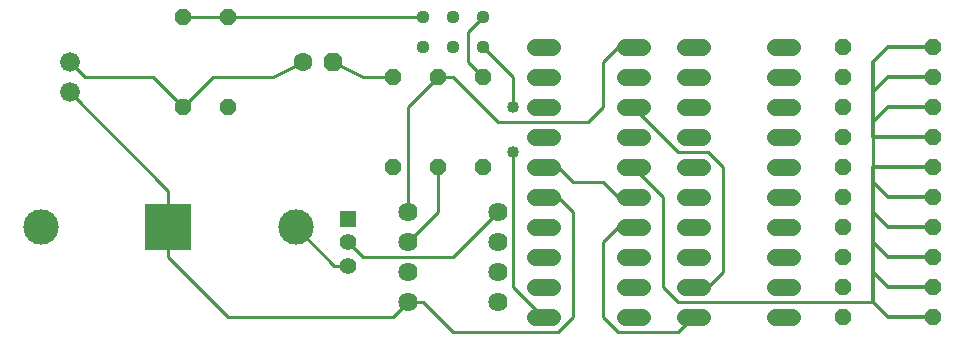
<source format=gbl>
G75*
%MOIN*%
%OFA0B0*%
%FSLAX25Y25*%
%IPPOS*%
%LPD*%
%AMOC8*
5,1,8,0,0,1.08239X$1,22.5*
%
%ADD10C,0.05600*%
%ADD11C,0.04400*%
%ADD12OC8,0.05600*%
%ADD13C,0.06400*%
%ADD14C,0.11811*%
%ADD15R,0.15591X0.15591*%
%ADD16C,0.06600*%
%ADD17R,0.05550X0.05550*%
%ADD18C,0.05550*%
%ADD19OC8,0.06300*%
%ADD20C,0.06300*%
%ADD21C,0.01000*%
%ADD22C,0.01200*%
%ADD23C,0.04000*%
D10*
X0178600Y0011400D02*
X0184200Y0011400D01*
X0208600Y0011400D02*
X0214200Y0011400D01*
X0228600Y0011400D02*
X0234200Y0011400D01*
X0234200Y0021400D02*
X0228600Y0021400D01*
X0214200Y0021400D02*
X0208600Y0021400D01*
X0184200Y0021400D02*
X0178600Y0021400D01*
X0178600Y0031400D02*
X0184200Y0031400D01*
X0208600Y0031400D02*
X0214200Y0031400D01*
X0228600Y0031400D02*
X0234200Y0031400D01*
X0234200Y0041400D02*
X0228600Y0041400D01*
X0214200Y0041400D02*
X0208600Y0041400D01*
X0184200Y0041400D02*
X0178600Y0041400D01*
X0178600Y0051400D02*
X0184200Y0051400D01*
X0208600Y0051400D02*
X0214200Y0051400D01*
X0228600Y0051400D02*
X0234200Y0051400D01*
X0258600Y0051400D02*
X0264200Y0051400D01*
X0264200Y0041400D02*
X0258600Y0041400D01*
X0258600Y0031400D02*
X0264200Y0031400D01*
X0264200Y0021400D02*
X0258600Y0021400D01*
X0258600Y0011400D02*
X0264200Y0011400D01*
X0264200Y0061400D02*
X0258600Y0061400D01*
X0258600Y0071400D02*
X0264200Y0071400D01*
X0264200Y0081400D02*
X0258600Y0081400D01*
X0258600Y0091400D02*
X0264200Y0091400D01*
X0264200Y0101400D02*
X0258600Y0101400D01*
X0234200Y0101400D02*
X0228600Y0101400D01*
X0214200Y0101400D02*
X0208600Y0101400D01*
X0184200Y0101400D02*
X0178600Y0101400D01*
X0178600Y0091400D02*
X0184200Y0091400D01*
X0208600Y0091400D02*
X0214200Y0091400D01*
X0228600Y0091400D02*
X0234200Y0091400D01*
X0234200Y0081400D02*
X0228600Y0081400D01*
X0214200Y0081400D02*
X0208600Y0081400D01*
X0184200Y0081400D02*
X0178600Y0081400D01*
X0178600Y0071400D02*
X0184200Y0071400D01*
X0208600Y0071400D02*
X0214200Y0071400D01*
X0228600Y0071400D02*
X0234200Y0071400D01*
X0234200Y0061400D02*
X0228600Y0061400D01*
X0214200Y0061400D02*
X0208600Y0061400D01*
X0184200Y0061400D02*
X0178600Y0061400D01*
D11*
X0161400Y0101400D03*
X0151400Y0101400D03*
X0141400Y0101400D03*
X0141400Y0111400D03*
X0151400Y0111400D03*
X0161400Y0111400D03*
D12*
X0161400Y0091400D03*
X0146400Y0091400D03*
X0131400Y0091400D03*
X0076400Y0081400D03*
X0061400Y0081400D03*
X0131400Y0061400D03*
X0146400Y0061400D03*
X0161400Y0061400D03*
X0281400Y0061400D03*
X0281400Y0071400D03*
X0281400Y0081400D03*
X0281400Y0091400D03*
X0281400Y0101400D03*
X0311400Y0101400D03*
X0311400Y0091400D03*
X0311400Y0081400D03*
X0311400Y0071400D03*
X0311400Y0061400D03*
X0311400Y0051400D03*
X0311400Y0041400D03*
X0311400Y0031400D03*
X0311400Y0021400D03*
X0311400Y0011400D03*
X0281400Y0011400D03*
X0281400Y0021400D03*
X0281400Y0031400D03*
X0281400Y0041400D03*
X0281400Y0051400D03*
X0076400Y0111400D03*
X0061400Y0111400D03*
D13*
X0136400Y0046400D03*
X0136400Y0036400D03*
X0136400Y0026400D03*
X0136400Y0016400D03*
X0166400Y0016400D03*
X0166400Y0026400D03*
X0166400Y0036400D03*
X0166400Y0046400D03*
D14*
X0098920Y0041400D03*
X0013880Y0041400D03*
D15*
X0056400Y0041400D03*
D16*
X0023526Y0086400D03*
X0023526Y0096400D03*
D17*
X0116400Y0044274D03*
D18*
X0116400Y0036400D03*
X0116400Y0028526D03*
D19*
X0111400Y0096400D03*
D20*
X0101400Y0096400D03*
D21*
X0056400Y0031400D02*
X0076400Y0011400D01*
X0131400Y0011400D01*
X0136400Y0016400D01*
X0141400Y0016400D01*
X0151400Y0006400D01*
X0186400Y0006400D01*
X0191400Y0011400D01*
X0191400Y0046400D01*
X0186400Y0051400D01*
X0181400Y0051400D01*
X0191400Y0056400D02*
X0201400Y0056400D01*
X0206400Y0051400D01*
X0211400Y0051400D01*
X0221400Y0051400D02*
X0221400Y0021400D01*
X0226400Y0016400D01*
X0291400Y0016400D01*
X0241400Y0026400D02*
X0236400Y0021400D01*
X0231400Y0021400D01*
X0241400Y0026400D02*
X0241400Y0061400D01*
X0236400Y0066400D01*
X0226400Y0066400D01*
X0211400Y0081400D01*
X0201400Y0081400D02*
X0201400Y0096400D01*
X0206400Y0101400D01*
X0211400Y0101400D01*
X0171400Y0091400D02*
X0171400Y0081400D01*
X0166400Y0076400D02*
X0196400Y0076400D01*
X0201400Y0081400D01*
X0171400Y0091400D02*
X0161400Y0101400D01*
X0156400Y0096400D02*
X0161400Y0091400D01*
X0156400Y0086400D02*
X0166400Y0076400D01*
X0171400Y0066400D02*
X0171400Y0021400D01*
X0181400Y0011400D01*
X0201400Y0011400D02*
X0206400Y0006400D01*
X0226400Y0006400D01*
X0231400Y0011400D01*
X0201400Y0011400D02*
X0201400Y0036400D01*
X0206400Y0041400D01*
X0211400Y0041400D01*
X0221400Y0051400D02*
X0211400Y0061400D01*
X0191400Y0056400D02*
X0186400Y0061400D01*
X0181400Y0061400D01*
X0146400Y0061400D02*
X0146400Y0046400D01*
X0136400Y0036400D01*
X0121400Y0031400D02*
X0151400Y0031400D01*
X0166400Y0046400D01*
X0136400Y0046400D02*
X0136400Y0081400D01*
X0146400Y0091400D01*
X0151400Y0091400D01*
X0156400Y0086400D01*
X0156400Y0096400D02*
X0156400Y0106400D01*
X0161400Y0111400D01*
X0141400Y0111400D02*
X0076400Y0111400D01*
X0061400Y0111400D01*
X0091400Y0091400D02*
X0101400Y0096400D01*
X0111400Y0096400D02*
X0121400Y0091400D01*
X0131400Y0091400D01*
X0091400Y0091400D02*
X0071400Y0091400D01*
X0061400Y0081400D01*
X0051400Y0091400D01*
X0028526Y0091400D01*
X0023526Y0096400D01*
X0023526Y0086400D02*
X0056400Y0053526D01*
X0056400Y0041400D01*
X0056400Y0031400D01*
X0098920Y0041400D02*
X0111794Y0028526D01*
X0116400Y0028526D01*
X0121400Y0031400D02*
X0116400Y0036400D01*
X0291400Y0061400D02*
X0291400Y0071400D01*
D22*
X0311400Y0071400D01*
X0296400Y0081400D02*
X0291400Y0076400D01*
X0291400Y0086400D01*
X0296400Y0091400D01*
X0311400Y0091400D01*
X0296400Y0101400D02*
X0291400Y0096400D01*
X0291400Y0086400D01*
X0296400Y0081400D02*
X0311400Y0081400D01*
X0291400Y0076400D02*
X0291400Y0071400D01*
X0291400Y0061400D02*
X0291400Y0056400D01*
X0296400Y0051400D01*
X0311400Y0051400D01*
X0296400Y0041400D02*
X0291400Y0046400D01*
X0291400Y0036400D01*
X0296400Y0031400D01*
X0311400Y0031400D01*
X0296400Y0021400D02*
X0291400Y0026400D01*
X0291400Y0016400D01*
X0296400Y0011400D01*
X0311400Y0011400D01*
X0311400Y0021400D02*
X0296400Y0021400D01*
X0291400Y0026400D02*
X0291400Y0036400D01*
X0296400Y0041400D02*
X0311400Y0041400D01*
X0291400Y0046400D02*
X0291400Y0056400D01*
X0291400Y0061400D02*
X0311400Y0061400D01*
X0311400Y0101400D02*
X0296400Y0101400D01*
D23*
X0171400Y0081400D03*
X0171400Y0066400D03*
M02*

</source>
